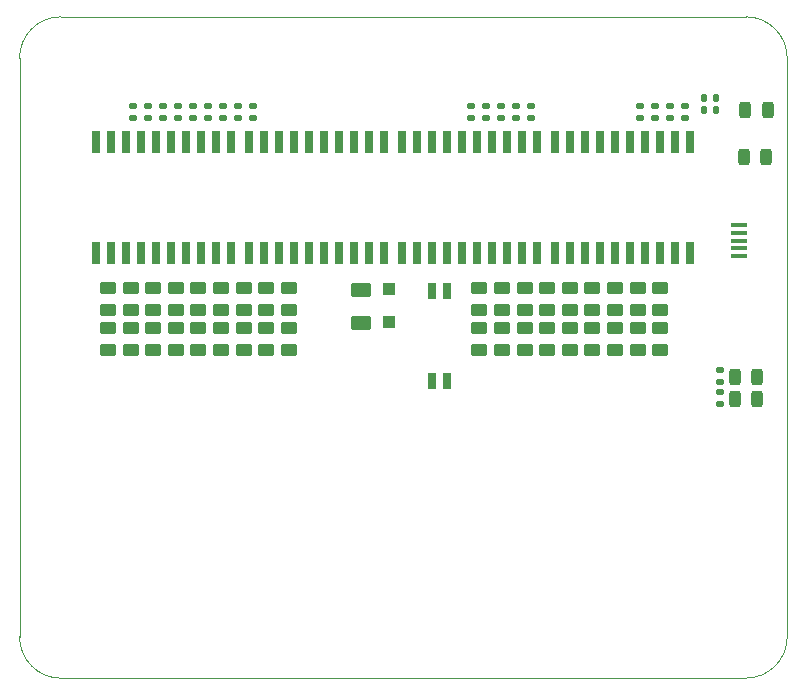
<source format=gtp>
G04 #@! TF.GenerationSoftware,KiCad,Pcbnew,(6.0.0-0)*
G04 #@! TF.CreationDate,2022-04-16T20:58:54-05:00*
G04 #@! TF.ProjectId,rascsi_2p6,72617363-7369-45f3-9270-362e6b696361,rev?*
G04 #@! TF.SameCoordinates,Original*
G04 #@! TF.FileFunction,Paste,Top*
G04 #@! TF.FilePolarity,Positive*
%FSLAX46Y46*%
G04 Gerber Fmt 4.6, Leading zero omitted, Abs format (unit mm)*
G04 Created by KiCad (PCBNEW (6.0.0-0)) date 2022-04-16 20:58:54*
%MOMM*%
%LPD*%
G01*
G04 APERTURE LIST*
G04 Aperture macros list*
%AMRoundRect*
0 Rectangle with rounded corners*
0 $1 Rounding radius*
0 $2 $3 $4 $5 $6 $7 $8 $9 X,Y pos of 4 corners*
0 Add a 4 corners polygon primitive as box body*
4,1,4,$2,$3,$4,$5,$6,$7,$8,$9,$2,$3,0*
0 Add four circle primitives for the rounded corners*
1,1,$1+$1,$2,$3*
1,1,$1+$1,$4,$5*
1,1,$1+$1,$6,$7*
1,1,$1+$1,$8,$9*
0 Add four rect primitives between the rounded corners*
20,1,$1+$1,$2,$3,$4,$5,0*
20,1,$1+$1,$4,$5,$6,$7,0*
20,1,$1+$1,$6,$7,$8,$9,0*
20,1,$1+$1,$8,$9,$2,$3,0*%
G04 Aperture macros list end*
G04 #@! TA.AperFunction,Profile*
%ADD10C,0.050000*%
G04 #@! TD*
%ADD11RoundRect,0.243750X0.243750X0.456250X-0.243750X0.456250X-0.243750X-0.456250X0.243750X-0.456250X0*%
%ADD12RoundRect,0.250000X-0.450000X0.262500X-0.450000X-0.262500X0.450000X-0.262500X0.450000X0.262500X0*%
%ADD13RoundRect,0.250000X-0.625000X0.375000X-0.625000X-0.375000X0.625000X-0.375000X0.625000X0.375000X0*%
%ADD14R,0.650000X1.950000*%
%ADD15RoundRect,0.135000X-0.135000X-0.185000X0.135000X-0.185000X0.135000X0.185000X-0.135000X0.185000X0*%
%ADD16RoundRect,0.135000X-0.185000X0.135000X-0.185000X-0.135000X0.185000X-0.135000X0.185000X0.135000X0*%
%ADD17RoundRect,0.250000X0.450000X-0.262500X0.450000X0.262500X-0.450000X0.262500X-0.450000X-0.262500X0*%
%ADD18R,0.750000X1.425000*%
%ADD19R,1.100000X1.100000*%
%ADD20R,1.400000X0.400000*%
G04 APERTURE END LIST*
D10*
X178000000Y-42500000D02*
X236000000Y-42500000D01*
X178000000Y-98496000D02*
X236000000Y-98496000D01*
X236000000Y-98496000D02*
G75*
G03*
X239500000Y-94996000I1J3499999D01*
G01*
X174500000Y-46000000D02*
X174500000Y-94996000D01*
X239500000Y-46000000D02*
G75*
G03*
X236000000Y-42500000I-3499999J1D01*
G01*
X178000000Y-42500000D02*
G75*
G03*
X174500000Y-46000000I-1J-3499999D01*
G01*
X174500000Y-94996000D02*
G75*
G03*
X178000000Y-98496000I3499999J-1D01*
G01*
X239500000Y-46000000D02*
X239500000Y-94996000D01*
D11*
X236967000Y-74866500D03*
X235092000Y-74866500D03*
X237841000Y-50419000D03*
X235966000Y-50419000D03*
X237729000Y-54356000D03*
X235854000Y-54356000D03*
D12*
X221090000Y-65487500D03*
X221090000Y-67312500D03*
D13*
X203450000Y-65600000D03*
X203450000Y-68400000D03*
D14*
X193929000Y-62510000D03*
X195199000Y-62510000D03*
X196469000Y-62510000D03*
X197739000Y-62510000D03*
X199009000Y-62510000D03*
X200279000Y-62510000D03*
X201549000Y-62510000D03*
X202819000Y-62510000D03*
X204089000Y-62510000D03*
X205359000Y-62510000D03*
X205359000Y-53060000D03*
X204089000Y-53060000D03*
X202819000Y-53060000D03*
X201549000Y-53060000D03*
X200279000Y-53060000D03*
X199009000Y-53060000D03*
X197739000Y-53060000D03*
X196469000Y-53060000D03*
X195199000Y-53060000D03*
X193929000Y-53060000D03*
X218313000Y-53060000D03*
X217043000Y-53060000D03*
X215773000Y-53060000D03*
X214503000Y-53060000D03*
X213233000Y-53060000D03*
X211963000Y-53060000D03*
X210693000Y-53060000D03*
X209423000Y-53060000D03*
X208153000Y-53060000D03*
X206883000Y-53060000D03*
X206883000Y-62510000D03*
X208153000Y-62510000D03*
X209423000Y-62510000D03*
X210693000Y-62510000D03*
X211963000Y-62510000D03*
X213233000Y-62510000D03*
X214503000Y-62510000D03*
X215773000Y-62510000D03*
X217043000Y-62510000D03*
X218313000Y-62510000D03*
D15*
X232448500Y-49339500D03*
X233468500Y-49339500D03*
D16*
X233807000Y-74293000D03*
X233807000Y-75313000D03*
X227012500Y-50059000D03*
X227012500Y-51079000D03*
X228282500Y-50059000D03*
X228282500Y-51079000D03*
X229552500Y-50059000D03*
X229552500Y-51079000D03*
X212725000Y-50059000D03*
X212725000Y-51079000D03*
X215265000Y-50059000D03*
X215265000Y-51079000D03*
X216535000Y-50059000D03*
X216535000Y-51079000D03*
X217805000Y-50059000D03*
X217805000Y-51079000D03*
X185420000Y-50059000D03*
X185420000Y-51079000D03*
X186690000Y-50059000D03*
X186690000Y-51079000D03*
X190500000Y-50059000D03*
X190500000Y-51079000D03*
X191770000Y-50059000D03*
X191770000Y-51079000D03*
X193040000Y-50059000D03*
X193040000Y-51079000D03*
X194310000Y-50059000D03*
X194310000Y-51079000D03*
D12*
X223002500Y-65487500D03*
X223002500Y-67312500D03*
X224915000Y-65487500D03*
X224915000Y-67312500D03*
X226827500Y-65487500D03*
X226827500Y-67312500D03*
X228740000Y-65487500D03*
X228740000Y-67312500D03*
X213440000Y-65487500D03*
X213440000Y-67312500D03*
X215352500Y-65487500D03*
X215352500Y-67312500D03*
X217265000Y-65487500D03*
X217265000Y-67312500D03*
X219177500Y-65487500D03*
X219177500Y-67312500D03*
X185825000Y-65487500D03*
X185825000Y-67312500D03*
X187737500Y-65487500D03*
X187737500Y-67312500D03*
X189650000Y-65487500D03*
X189650000Y-67312500D03*
X191562500Y-65487500D03*
X191562500Y-67312500D03*
X193475000Y-65487500D03*
X193475000Y-67312500D03*
X195387500Y-65487500D03*
X195387500Y-67312500D03*
X197300000Y-65487500D03*
X197300000Y-67312500D03*
D17*
X223002500Y-70712500D03*
X223002500Y-68887500D03*
X224915000Y-70712500D03*
X224915000Y-68887500D03*
X226827500Y-70712500D03*
X226827500Y-68887500D03*
X228740000Y-70712500D03*
X228740000Y-68887500D03*
X213440000Y-70712500D03*
X213440000Y-68887500D03*
X215352500Y-70712500D03*
X215352500Y-68887500D03*
X217265000Y-70712500D03*
X217265000Y-68887500D03*
X219177500Y-70712500D03*
X219177500Y-68887500D03*
X221090000Y-70712500D03*
X221090000Y-68887500D03*
X182000000Y-70712500D03*
X182000000Y-68887500D03*
X183912500Y-70712500D03*
X183912500Y-68887500D03*
X185825000Y-70712500D03*
X185825000Y-68887500D03*
X187737500Y-70712500D03*
X187737500Y-68887500D03*
X189650000Y-70712500D03*
X189650000Y-68887500D03*
X191562500Y-70712500D03*
X191562500Y-68887500D03*
X193475000Y-70712500D03*
X193475000Y-68887500D03*
X195387500Y-70712500D03*
X195387500Y-68887500D03*
X197300000Y-70712500D03*
X197300000Y-68887500D03*
D16*
X189230000Y-50059000D03*
X189230000Y-51079000D03*
X184150000Y-50059000D03*
X184150000Y-51079000D03*
X187960000Y-50059000D03*
X187960000Y-51079000D03*
D12*
X182000000Y-65487500D03*
X182000000Y-67312500D03*
X183912500Y-65487500D03*
X183912500Y-67312500D03*
D14*
X231267000Y-53060000D03*
X229997000Y-53060000D03*
X228727000Y-53060000D03*
X227457000Y-53060000D03*
X226187000Y-53060000D03*
X224917000Y-53060000D03*
X223647000Y-53060000D03*
X222377000Y-53060000D03*
X221107000Y-53060000D03*
X219837000Y-53060000D03*
X219837000Y-62510000D03*
X221107000Y-62510000D03*
X222377000Y-62510000D03*
X223647000Y-62510000D03*
X224917000Y-62510000D03*
X226187000Y-62510000D03*
X227457000Y-62510000D03*
X228727000Y-62510000D03*
X229997000Y-62510000D03*
X231267000Y-62510000D03*
D16*
X233807000Y-72388000D03*
X233807000Y-73408000D03*
D18*
X210715000Y-65687500D03*
X209445000Y-65687500D03*
X209445000Y-73311500D03*
X210715000Y-73311500D03*
D19*
X205770000Y-65525000D03*
X205770000Y-68325000D03*
D14*
X180975000Y-62510000D03*
X182245000Y-62510000D03*
X183515000Y-62510000D03*
X184785000Y-62510000D03*
X186055000Y-62510000D03*
X187325000Y-62510000D03*
X188595000Y-62510000D03*
X189865000Y-62510000D03*
X191135000Y-62510000D03*
X192405000Y-62510000D03*
X192405000Y-53060000D03*
X191135000Y-53060000D03*
X189865000Y-53060000D03*
X188595000Y-53060000D03*
X187325000Y-53060000D03*
X186055000Y-53060000D03*
X184785000Y-53060000D03*
X183515000Y-53060000D03*
X182245000Y-53060000D03*
X180975000Y-53060000D03*
D11*
X236967000Y-72961500D03*
X235092000Y-72961500D03*
D15*
X232448500Y-50355500D03*
X233468500Y-50355500D03*
D20*
X235405000Y-62760000D03*
X235405000Y-62110000D03*
X235405000Y-61460000D03*
X235405000Y-60810000D03*
X235405000Y-60160000D03*
D16*
X230822500Y-50059000D03*
X230822500Y-51079000D03*
X213995000Y-50059000D03*
X213995000Y-51079000D03*
M02*

</source>
